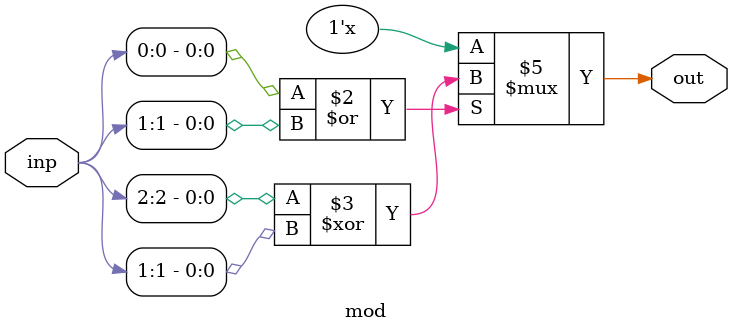
<source format=v>
module mod(inp, out);
    parameter COUNT = 1;
    input wire [COUNT * 3 - 1:0] inp;
    output reg [COUNT - 1:0] out;
    genvar i;
    generate
        for (i = 0; i < COUNT; i = i + 1)
            always @*
                if (inp[i * 3] | inp[i * 3 + 1])
                    out[i] = inp[i * 3 + 2] ^ inp[i * 3 + 1];
    endgenerate
endmodule

</source>
